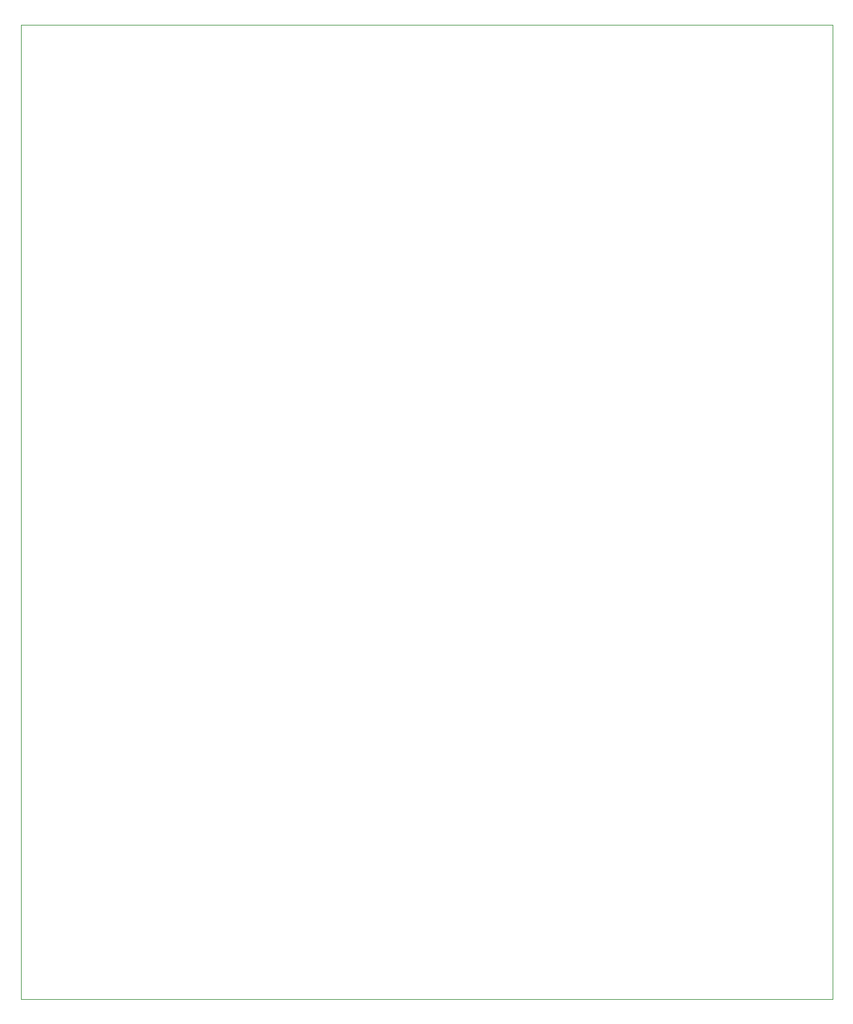
<source format=gm1>
G04 #@! TF.GenerationSoftware,KiCad,Pcbnew,(5.1.6)-1*
G04 #@! TF.CreationDate,2020-06-09T21:43:49-06:00*
G04 #@! TF.ProjectId,Sensores,53656e73-6f72-4657-932e-6b696361645f,rev?*
G04 #@! TF.SameCoordinates,PX83c6600PY697e1a8*
G04 #@! TF.FileFunction,Profile,NP*
%FSLAX46Y46*%
G04 Gerber Fmt 4.6, Leading zero omitted, Abs format (unit mm)*
G04 Created by KiCad (PCBNEW (5.1.6)-1) date 2020-06-09 21:43:49*
%MOMM*%
%LPD*%
G01*
G04 APERTURE LIST*
G04 #@! TA.AperFunction,Profile*
%ADD10C,0.100000*%
G04 #@! TD*
G04 APERTURE END LIST*
D10*
X26289000Y92786200D02*
X26289000Y91567000D01*
X134239000Y91567000D02*
X134239000Y92786200D01*
X134239000Y91567000D02*
X134239000Y-36703000D01*
X132334000Y92786200D02*
X134239000Y92786200D01*
X26289000Y92786200D02*
X132334000Y92786200D01*
X26289000Y-36703000D02*
X26289000Y91567000D01*
X134239000Y-36703000D02*
X26289000Y-36703000D01*
M02*

</source>
